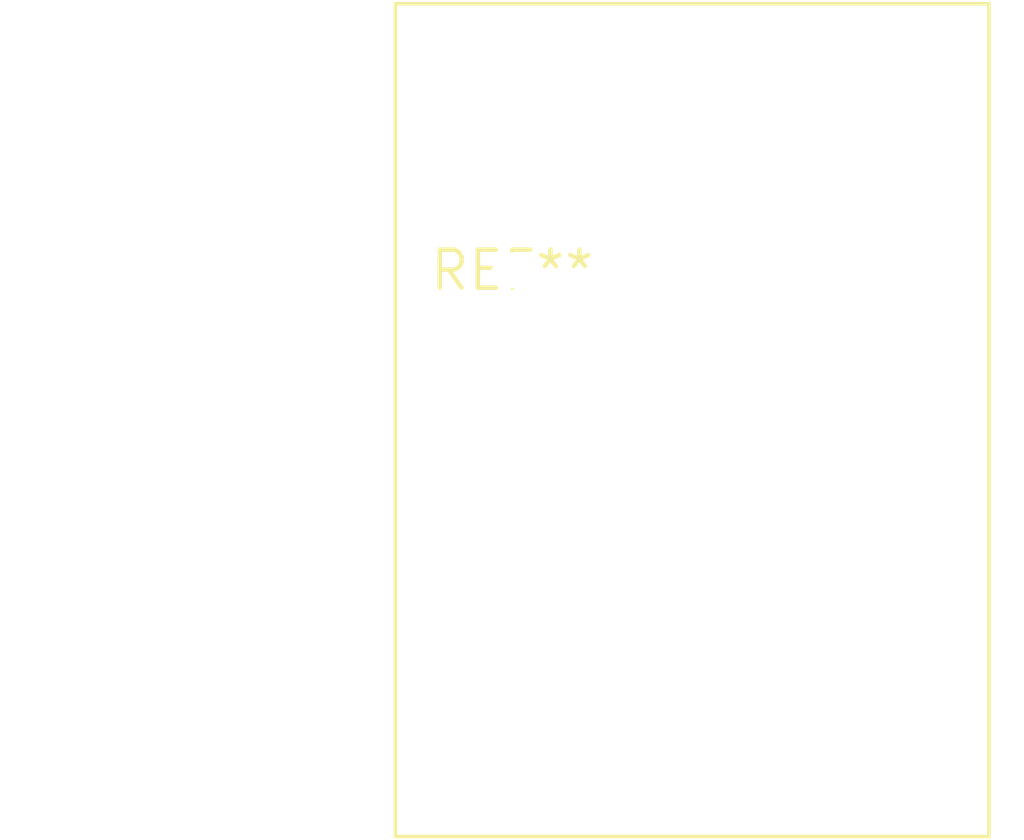
<source format=kicad_pcb>
(kicad_pcb (version 20240108) (generator pcbnew)
  (layers (0 "F.Cu" signal) (31 "B.Cu" signal) (34 "B.Paste" user) (35 "F.Paste" user) (36 "B.SilkS" user "B.Silkscreen") (37 "F.SilkS" user "F.Silkscreen") (38 "B.Mask" user) (39 "F.Mask" user) (44 "Edge.Cuts" user))
  (net 0 "")
  (footprint "L_CommonMode_Wuerth_WE-CMB-L" (layer "F.Cu") (at 0 0)
    (property "Reference" "REF**")
    (property "Value" "L_CommonMode_Wuerth_WE-CMB-L")
    (fp_line (start -3.9 18.9) (end -3.9 -8.9) (layer "F.SilkS") (stroke (width 0.12)))
    (fp_line (start -3.9 18.9) (end 15.9 18.9) (layer "F.SilkS") (stroke (width 0.12)))
    (fp_line (start 15.9 -8.9) (end -3.9 -8.9) (layer "F.SilkS") (stroke (width 0.12)))
    (fp_line (start 15.9 18.9) (end 15.9 -8.9) (layer "F.SilkS") (stroke (width 0.12)))
    (pad "2" thru_hole circle (at 0 0) (size 2.2 2.2) (drill 1.2) (layers *.Cu *.Mask) (remove_unused_layers))
    (pad "4" thru_hole circle (at 0 10) (size 2.2 2.2) (drill 1.2) (layers *.Cu *.Mask) (remove_unused_layers))
    (pad "7" thru_hole circle (at 12 10) (size 2.2 2.2) (drill 1.2) (layers *.Cu *.Mask) (remove_unused_layers))
    (pad "9" thru_hole circle (at 12 0) (size 2.2 2.2) (drill 1.2) (layers *.Cu *.Mask) (remove_unused_layers))
  )
)
</source>
